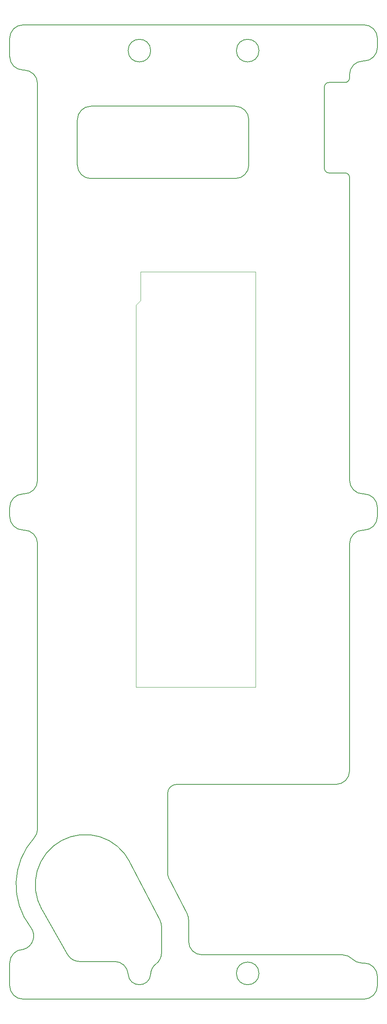
<source format=gm1>
%TF.GenerationSoftware,KiCad,Pcbnew,9.0.1*%
%TF.CreationDate,2025-04-06T17:44:16-07:00*%
%TF.ProjectId,Coil_Panel_XY,436f696c-5f50-4616-9e65-6c5f58592e6b,2.2*%
%TF.SameCoordinates,Original*%
%TF.FileFunction,Profile,NP*%
%FSLAX46Y46*%
G04 Gerber Fmt 4.6, Leading zero omitted, Abs format (unit mm)*
G04 Created by KiCad (PCBNEW 9.0.1) date 2025-04-06 17:44:16*
%MOMM*%
%LPD*%
G01*
G04 APERTURE LIST*
%TA.AperFunction,Profile*%
%ADD10C,0.200000*%
%TD*%
%TA.AperFunction,Profile*%
%ADD11C,0.100000*%
%TD*%
G04 APERTURE END LIST*
D10*
X33000000Y-131750000D02*
X33175000Y-131750000D01*
X34692286Y-219646238D02*
G75*
G02*
X35396052Y-199860732I12057744J9476378D01*
G01*
D11*
X58000000Y-166500000D02*
X84500000Y-166500000D01*
D10*
X33175000Y-131750000D02*
G75*
G02*
X36175000Y-134750000I0J-3000000D01*
G01*
X36175000Y-134750000D02*
X36175000Y-198000000D01*
X105325000Y-31000000D02*
G75*
G02*
X108325000Y-28000000I3000000J0D01*
G01*
X85250000Y-229800000D02*
G75*
G02*
X80250000Y-229800000I-2500000J0D01*
G01*
X80250000Y-229800000D02*
G75*
G02*
X85250000Y-229800000I2500000J0D01*
G01*
X33000000Y-30000000D02*
G75*
G02*
X30000000Y-27000000I0J3000000D01*
G01*
X83000000Y-41000000D02*
X83000000Y-51000000D01*
X108325000Y-28000000D02*
X108500000Y-28000000D01*
X48000000Y-54000000D02*
G75*
G02*
X45000000Y-51000000I0J3000000D01*
G01*
X33000000Y-131750000D02*
G75*
G02*
X30000000Y-128750000I0J3000000D01*
G01*
X108325000Y-123750000D02*
G75*
G02*
X105325000Y-120750000I0J3000000D01*
G01*
X36175000Y-120750000D02*
G75*
G02*
X33175000Y-123750000I-3000000J0D01*
G01*
X111500000Y-128750000D02*
X111500000Y-126750000D01*
X30000000Y-126750000D02*
X30000000Y-128750000D01*
X45000000Y-51000000D02*
X45000000Y-41000000D01*
X33175000Y-123750000D02*
X33000000Y-123750000D01*
X33175000Y-30000000D02*
G75*
G02*
X36175000Y-33000000I0J-3000000D01*
G01*
X108500000Y-123750000D02*
G75*
G02*
X111500000Y-126750000I0J-3000000D01*
G01*
X30000000Y-227500000D02*
X30000000Y-232500000D01*
X30000000Y-126750000D02*
G75*
G02*
X33000000Y-123750000I3000000J0D01*
G01*
X111500000Y-128750000D02*
G75*
G02*
X108500000Y-131750000I-3000000J0D01*
G01*
X105325000Y-120750000D02*
X105325000Y-53750000D01*
X105325000Y-134750000D02*
G75*
G02*
X108325000Y-131750000I3000000J0D01*
G01*
X104325000Y-52750000D02*
X100750000Y-52750000D01*
X100750000Y-52750000D02*
G75*
G02*
X99750000Y-51750000I0J1000000D01*
G01*
X80000000Y-38000000D02*
G75*
G02*
X83000000Y-41000000I0J-3000000D01*
G01*
D11*
X84500000Y-74600000D02*
X59000000Y-74600000D01*
D10*
X30000000Y-23000000D02*
G75*
G02*
X33000000Y-20000000I3000000J0D01*
G01*
X63650000Y-219435832D02*
X63650000Y-225289897D01*
X111500000Y-232500000D02*
G75*
G02*
X108500000Y-235500000I-3000000J0D01*
G01*
D11*
X84500000Y-74600000D02*
X84500000Y-166500000D01*
D10*
X108325000Y-131750000D02*
X108500000Y-131750000D01*
X108500000Y-20000000D02*
G75*
G02*
X111500000Y-23000000I0J-3000000D01*
G01*
X104325000Y-52750000D02*
G75*
G02*
X105325000Y-53750000I0J-1000000D01*
G01*
X100750000Y-32750000D02*
X104325000Y-32750000D01*
X36175000Y-33000000D02*
X36175000Y-120750000D01*
X103800000Y-225700000D02*
G75*
G02*
X105950335Y-226623875I-13100J-2994900D01*
G01*
X105325000Y-31750000D02*
X105325000Y-31000000D01*
X69313747Y-216593864D02*
G75*
G02*
X69649991Y-218000000I-2657447J-1378736D01*
G01*
X63650000Y-225289897D02*
G75*
G02*
X62446020Y-227692880I-3000000J-3D01*
G01*
X45440276Y-227154857D02*
G75*
G02*
X42836097Y-225644151I24J2999957D01*
G01*
X65000000Y-207500000D02*
X65000000Y-190000000D01*
X108500000Y-227500000D02*
G75*
G02*
X111500000Y-230500000I0J-3000000D01*
G01*
X42836060Y-225644172D02*
X37132089Y-215670205D01*
X108500000Y-123750000D02*
X108325000Y-123750000D01*
X61246380Y-229934481D02*
G75*
G02*
X56255210Y-229961299I-2496380J134511D01*
G01*
X83000000Y-51000000D02*
G75*
G02*
X80000000Y-54000000I-3000000J0D01*
G01*
X48000000Y-38000000D02*
X80000000Y-38000000D01*
X33000000Y-235500000D02*
G75*
G02*
X30000000Y-232500000I0J3000000D01*
G01*
X111500000Y-25000000D02*
G75*
G02*
X108500000Y-28000000I-3000000J0D01*
G01*
X53261460Y-227154857D02*
G75*
G02*
X56255196Y-229961300I40J-2999943D01*
G01*
X108000000Y-227500000D02*
G75*
G02*
X105950342Y-226623868I89000J3043800D01*
G01*
X61246380Y-229934481D02*
G75*
G02*
X62445997Y-227692850I2995820J-161419D01*
G01*
X103800000Y-225700000D02*
X72650000Y-225700000D01*
X69650000Y-222700000D02*
X69650000Y-218000000D01*
X99750000Y-51750000D02*
X99750000Y-33750000D01*
D11*
X59000000Y-74600000D02*
X59000000Y-81000000D01*
X58000000Y-82000000D02*
X58000000Y-166500000D01*
D10*
X85250000Y-25700000D02*
G75*
G02*
X80250000Y-25700000I-2500000J0D01*
G01*
X80250000Y-25700000D02*
G75*
G02*
X85250000Y-25700000I2500000J0D01*
G01*
X36175000Y-198000000D02*
G75*
G02*
X35396057Y-199860737I-3032600J176100D01*
G01*
X53261460Y-227154857D02*
X45440276Y-227154857D01*
X108500000Y-227500000D02*
X108000000Y-227500000D01*
X45000000Y-41000000D02*
G75*
G02*
X48000000Y-38000000I3000000J0D01*
G01*
X56587771Y-205073162D02*
X63313747Y-218055813D01*
X72650000Y-225700000D02*
G75*
G02*
X69650000Y-222700000I0J3000000D01*
G01*
X108500000Y-20000000D02*
X33000000Y-20000000D01*
X30000000Y-23000000D02*
X30000000Y-27000000D01*
X37132089Y-215670205D02*
G75*
G02*
X56587776Y-205073160I9617921J5500335D01*
G01*
X67000000Y-188000000D02*
X102325000Y-188000000D01*
X33000000Y-235500000D02*
X108500000Y-235500000D01*
X105325000Y-31750000D02*
G75*
G02*
X104325000Y-32750000I-1000000J0D01*
G01*
X69313747Y-216593864D02*
X65336253Y-208916403D01*
X99750000Y-33750000D02*
G75*
G02*
X100750000Y-32750000I1000000J0D01*
G01*
X33000000Y-30000000D02*
X33175000Y-30000000D01*
X65336253Y-208916403D02*
G75*
G02*
X64999982Y-207500000I2667447J1381403D01*
G01*
X34692286Y-219646238D02*
G75*
G02*
X33000001Y-224500003I-2453296J-1866542D01*
G01*
X30000000Y-227500000D02*
G75*
G02*
X33000000Y-224500000I3000000J0D01*
G01*
X105325000Y-185000000D02*
X105325000Y-134750000D01*
D11*
X59000000Y-81000000D02*
X58000000Y-82000000D01*
D10*
X105325000Y-185000000D02*
G75*
G02*
X102325000Y-188000000I-3000000J0D01*
G01*
X111500000Y-25000000D02*
X111500000Y-23000000D01*
X61250000Y-25700000D02*
G75*
G02*
X56250000Y-25700000I-2500000J0D01*
G01*
X56250000Y-25700000D02*
G75*
G02*
X61250000Y-25700000I2500000J0D01*
G01*
X111500000Y-232500000D02*
X111500000Y-230500000D01*
X65000000Y-190000000D02*
G75*
G02*
X67000000Y-188000000I2000000J0D01*
G01*
X63313747Y-218055813D02*
G75*
G02*
X63650010Y-219435832I-2664347J-1380187D01*
G01*
X80000000Y-54000000D02*
X48000000Y-54000000D01*
M02*

</source>
